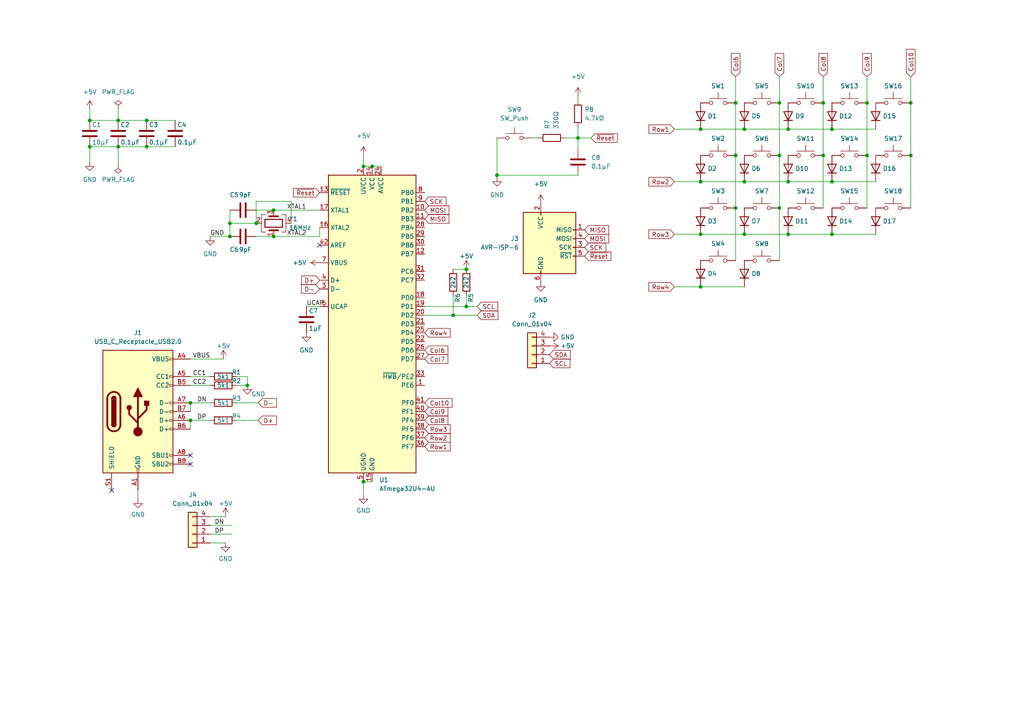
<source format=kicad_sch>
(kicad_sch (version 20211123) (generator eeschema)
  (paper "A4")
  (lib_symbols
    (symbol "Connector:AVR-ISP-6" (pin_names (offset 1.016))
      (property "Reference" "J" (at -6.35 11.43 0))
      (property "Value" "AVR-ISP-6" (at 0 11.43 0))
      (symbol "AVR-ISP-6_0_1"
        (rectangle (start -2.667 -6.858) (end -2.413 -7.62))
        (rectangle (start -2.667 10.16) (end -2.413 9.398))
        (rectangle (start 7.62 -2.413) (end 6.858 -2.667))
        (rectangle (start 7.62 0.127) (end 6.858 -0.127))
        (rectangle (start 7.62 2.667) (end 6.858 2.413))
        (rectangle (start 7.62 5.207) (end 6.858 4.953))
        (rectangle (start 7.62 10.16) (end -7.62 -7.62) (stroke (width 0.254)) (fill (type background)))
      )
      (symbol "AVR-ISP-6_1_1"
        (pin passive line (at 10.16 5.08 180) (length 2.54) (name "MISO") (number "1"))
        (pin passive line (at -2.54 12.7 270) (length 2.54) (name "VCC") (number "2"))
        (pin passive line (at 10.16 0 180) (length 2.54) (name "SCK") (number "3"))
        (pin passive line (at 10.16 2.54 180) (length 2.54) (name "MOSI") (number "4"))
        (pin passive line (at 10.16 -2.54 180) (length 2.54) (name "~{RST}") (number "5"))
        (pin passive line (at -2.54 -10.16 90) (length 2.54) (name "GND") (number "6"))
      )
    )
    (symbol "Connector:USB_C_Receptacle_USB2.0" (pin_names (offset 1.016))
      (property "Reference" "J" (at -10.16 19.05 0))
      (property "Value" "USB_C_Receptacle_USB2.0" (at 19.05 19.05 0))
      (symbol "USB_C_Receptacle_USB2.0_0_0"
        (rectangle (start -0.254 -17.78) (end 0.254 -16.764))
        (rectangle (start 10.16 -14.986) (end 9.144 -15.494))
        (rectangle (start 10.16 -12.446) (end 9.144 -12.954))
        (rectangle (start 10.16 -4.826) (end 9.144 -5.334))
        (rectangle (start 10.16 -2.286) (end 9.144 -2.794))
        (rectangle (start 10.16 0.254) (end 9.144 -0.254))
        (rectangle (start 10.16 2.794) (end 9.144 2.286))
        (rectangle (start 10.16 7.874) (end 9.144 7.366))
        (rectangle (start 10.16 10.414) (end 9.144 9.906))
        (rectangle (start 10.16 15.494) (end 9.144 14.986))
      )
      (symbol "USB_C_Receptacle_USB2.0_0_1"
        (rectangle (start -10.16 17.78) (end 10.16 -17.78) (stroke (width 0.254)) (fill (type background)))
        (arc (start -8.89 -3.81) (mid -6.985 -5.715) (end -5.08 -3.81) (stroke (width 0.508)))
        (arc (start -7.62 -3.81) (mid -6.985 -4.445) (end -6.35 -3.81) (stroke (width 0.254)))
        (arc (start -7.62 -3.81) (mid -6.985 -4.445) (end -6.35 -3.81) (stroke (width 0.254)) (fill (type outline)))
        (rectangle (start -7.62 -3.81) (end -6.35 3.81) (stroke (width 0.254)) (fill (type outline)))
        (arc (start -6.35 3.81) (mid -6.985 4.445) (end -7.62 3.81) (stroke (width 0.254)))
        (arc (start -6.35 3.81) (mid -6.985 4.445) (end -7.62 3.81) (stroke (width 0.254)) (fill (type outline)))
        (arc (start -5.08 3.81) (mid -6.985 5.715) (end -8.89 3.81) (stroke (width 0.508)))
        (circle (center -2.54 1.143) (radius 0.635) (stroke (width 0.254)) (fill (type outline)))
        (circle (center 0 -5.842) (radius 1.27) (fill (type outline)))
        (polyline (pts (xy -8.89 -3.81) (xy -8.89 3.81)) (stroke (width 0.508)))
        (polyline (pts (xy -5.08 3.81) (xy -5.08 -3.81)) (stroke (width 0.508)))
        (polyline (pts (xy 0 -5.842) (xy 0 4.318)) (stroke (width 0.508)))
        (polyline (pts (xy 0 -3.302) (xy -2.54 -0.762) (xy -2.54 0.508)) (stroke (width 0.508)))
        (polyline (pts (xy 0 -2.032) (xy 2.54 0.508) (xy 2.54 1.778)) (stroke (width 0.508)))
        (polyline (pts (xy -1.27 4.318) (xy 0 6.858) (xy 1.27 4.318) (xy -1.27 4.318)) (stroke (width 0.254)) (fill (type outline)))
        (rectangle (start 1.905 1.778) (end 3.175 3.048) (stroke (width 0.254)) (fill (type outline)))
      )
      (symbol "USB_C_Receptacle_USB2.0_1_1"
        (pin passive line (at 0 -22.86 90) (length 5.08) (name "GND") (number "A1"))
        (pin passive line (at 0 -22.86 90) (length 5.08) hide (name "GND") (number "A12"))
        (pin passive line (at 15.24 15.24 180) (length 5.08) (name "VBUS") (number "A4"))
        (pin bidirectional line (at 15.24 10.16 180) (length 5.08) (name "CC1") (number "A5"))
        (pin bidirectional line (at 15.24 -2.54 180) (length 5.08) (name "D+") (number "A6"))
        (pin bidirectional line (at 15.24 2.54 180) (length 5.08) (name "D-") (number "A7"))
        (pin bidirectional line (at 15.24 -12.7 180) (length 5.08) (name "SBU1") (number "A8"))
        (pin passive line (at 15.24 15.24 180) (length 5.08) hide (name "VBUS") (number "A9"))
        (pin passive line (at 0 -22.86 90) (length 5.08) hide (name "GND") (number "B1"))
        (pin passive line (at 0 -22.86 90) (length 5.08) hide (name "GND") (number "B12"))
        (pin passive line (at 15.24 15.24 180) (length 5.08) hide (name "VBUS") (number "B4"))
        (pin bidirectional line (at 15.24 7.62 180) (length 5.08) (name "CC2") (number "B5"))
        (pin bidirectional line (at 15.24 -5.08 180) (length 5.08) (name "D+") (number "B6"))
        (pin bidirectional line (at 15.24 0 180) (length 5.08) (name "D-") (number "B7"))
        (pin bidirectional line (at 15.24 -15.24 180) (length 5.08) (name "SBU2") (number "B8"))
        (pin passive line (at 15.24 15.24 180) (length 5.08) hide (name "VBUS") (number "B9"))
        (pin passive line (at -7.62 -22.86 90) (length 5.08) (name "SHIELD") (number "S1"))
      )
    )
    (symbol "Connector_Generic:Conn_01x04" (pin_names (offset 1.016) hide)
      (property "Reference" "J" (at 0 5.08 0))
      (property "Value" "Conn_01x04" (at 0 -7.62 0))
      (symbol "Conn_01x04_1_1"
        (rectangle (start -1.27 -4.953) (end 0 -5.207) (stroke (width 0.1524)))
        (rectangle (start -1.27 -2.413) (end 0 -2.667) (stroke (width 0.1524)))
        (rectangle (start -1.27 0.127) (end 0 -0.127) (stroke (width 0.1524)))
        (rectangle (start -1.27 2.667) (end 0 2.413) (stroke (width 0.1524)))
        (rectangle (start -1.27 3.81) (end 1.27 -6.35) (stroke (width 0.254)) (fill (type background)))
        (pin passive line (at -5.08 2.54 0) (length 3.81) (name "Pin_1") (number "1"))
        (pin passive line (at -5.08 0 0) (length 3.81) (name "Pin_2") (number "2"))
        (pin passive line (at -5.08 -2.54 0) (length 3.81) (name "Pin_3") (number "3"))
        (pin passive line (at -5.08 -5.08 0) (length 3.81) (name "Pin_4") (number "4"))
      )
    )
    (symbol "Device:C" (pin_numbers hide) (pin_names (offset 0.254))
      (property "Reference" "C" (at 0.635 2.54 0))
      (property "Value" "C" (at 0.635 -2.54 0))
      (symbol "C_0_1"
        (polyline (pts (xy -2.032 -0.762) (xy 2.032 -0.762)) (stroke (width 0.508)))
        (polyline (pts (xy -2.032 0.762) (xy 2.032 0.762)) (stroke (width 0.508)))
      )
      (symbol "C_1_1"
        (pin passive line (at 0 3.81 270) (length 2.794) (name "~") (number "1"))
        (pin passive line (at 0 -3.81 90) (length 2.794) (name "~") (number "2"))
      )
    )
    (symbol "Device:Crystal_GND24" (pin_names (offset 1.016) hide)
      (property "Reference" "Y" (at 3.175 5.08 0))
      (property "Value" "Crystal_GND24" (at 3.175 3.175 0))
      (symbol "Crystal_GND24_0_1"
        (rectangle (start -1.143 2.54) (end 1.143 -2.54) (stroke (width 0.3048)))
        (polyline (pts (xy -2.54 0) (xy -2.032 0)))
        (polyline (pts (xy -2.032 -1.27) (xy -2.032 1.27)) (stroke (width 0.508)))
        (polyline (pts (xy 0 -3.81) (xy 0 -3.556)))
        (polyline (pts (xy 0 3.556) (xy 0 3.81)))
        (polyline (pts (xy 2.032 -1.27) (xy 2.032 1.27)) (stroke (width 0.508)))
        (polyline (pts (xy 2.032 0) (xy 2.54 0)))
        (polyline (pts (xy -2.54 -2.286) (xy -2.54 -3.556) (xy 2.54 -3.556) (xy 2.54 -2.286)))
        (polyline (pts (xy -2.54 2.286) (xy -2.54 3.556) (xy 2.54 3.556) (xy 2.54 2.286)))
      )
      (symbol "Crystal_GND24_1_1"
        (pin passive line (at -3.81 0 0) (length 1.27) (name "1") (number "1"))
        (pin passive line (at 0 5.08 270) (length 1.27) (name "2") (number "2"))
        (pin passive line (at 3.81 0 180) (length 1.27) (name "3") (number "3"))
        (pin passive line (at 0 -5.08 90) (length 1.27) (name "4") (number "4"))
      )
    )
    (symbol "Device:D" (pin_numbers hide) (pin_names (offset 1.016) hide)
      (property "Reference" "D" (at 0 2.54 0))
      (property "Value" "D" (at 0 -2.54 0))
      (symbol "D_0_1"
        (polyline (pts (xy -1.27 1.27) (xy -1.27 -1.27)) (stroke (width 0.254)))
        (polyline (pts (xy 1.27 0) (xy -1.27 0)))
        (polyline (pts (xy 1.27 1.27) (xy 1.27 -1.27) (xy -1.27 0) (xy 1.27 1.27)) (stroke (width 0.254)))
      )
      (symbol "D_1_1"
        (pin passive line (at -3.81 0 0) (length 2.54) (name "K") (number "1"))
        (pin passive line (at 3.81 0 180) (length 2.54) (name "A") (number "2"))
      )
    )
    (symbol "Device:R" (pin_numbers hide) (pin_names (offset 0))
      (property "Reference" "R" (at 2.032 0 90))
      (property "Value" "R" (at 0 0 90))
      (symbol "R_0_1"
        (rectangle (start -1.016 -2.54) (end 1.016 2.54) (stroke (width 0.254)))
      )
      (symbol "R_1_1"
        (pin passive line (at 0 3.81 270) (length 1.27) (name "~") (number "1"))
        (pin passive line (at 0 -3.81 90) (length 1.27) (name "~") (number "2"))
      )
    )
    (symbol "MCU_Microchip_ATmega:ATmega32U4-A"
      (property "Reference" "U" (at -12.7 44.45 0))
      (property "Value" "ATmega32U4-A" (at 2.54 -44.45 0))
      (symbol "ATmega32U4-A_0_1"
        (rectangle (start -12.7 -43.18) (end 12.7 43.18) (stroke (width 0.254)) (fill (type background)))
      )
      (symbol "ATmega32U4-A_1_1"
        (pin bidirectional line (at 15.24 -17.78 180) (length 2.54) (name "PE6") (number "1"))
        (pin bidirectional line (at 15.24 33.02 180) (length 2.54) (name "PB2") (number "10"))
        (pin bidirectional line (at 15.24 30.48 180) (length 2.54) (name "PB3") (number "11"))
        (pin bidirectional line (at 15.24 20.32 180) (length 2.54) (name "PB7") (number "12"))
        (pin input line (at -15.24 38.1 0) (length 2.54) (name "~{RESET}") (number "13"))
        (pin power_in line (at 0 45.72 270) (length 2.54) (name "VCC") (number "14"))
        (pin power_in line (at 0 -45.72 90) (length 2.54) (name "GND") (number "15"))
        (pin output line (at -15.24 27.94 0) (length 2.54) (name "XTAL2") (number "16"))
        (pin input line (at -15.24 33.02 0) (length 2.54) (name "XTAL1") (number "17"))
        (pin bidirectional line (at 15.24 7.62 180) (length 2.54) (name "PD0") (number "18"))
        (pin bidirectional line (at 15.24 5.08 180) (length 2.54) (name "PD1") (number "19"))
        (pin power_in line (at -2.54 45.72 270) (length 2.54) (name "UVCC") (number "2"))
        (pin bidirectional line (at 15.24 2.54 180) (length 2.54) (name "PD2") (number "20"))
        (pin bidirectional line (at 15.24 0 180) (length 2.54) (name "PD3") (number "21"))
        (pin bidirectional line (at 15.24 -5.08 180) (length 2.54) (name "PD5") (number "22"))
        (pin passive line (at 0 -45.72 90) (length 2.54) hide (name "GND") (number "23"))
        (pin power_in line (at 2.54 45.72 270) (length 2.54) (name "AVCC") (number "24"))
        (pin bidirectional line (at 15.24 -2.54 180) (length 2.54) (name "PD4") (number "25"))
        (pin bidirectional line (at 15.24 -7.62 180) (length 2.54) (name "PD6") (number "26"))
        (pin bidirectional line (at 15.24 -10.16 180) (length 2.54) (name "PD7") (number "27"))
        (pin bidirectional line (at 15.24 27.94 180) (length 2.54) (name "PB4") (number "28"))
        (pin bidirectional line (at 15.24 25.4 180) (length 2.54) (name "PB5") (number "29"))
        (pin bidirectional line (at -15.24 10.16 0) (length 2.54) (name "D-") (number "3"))
        (pin bidirectional line (at 15.24 22.86 180) (length 2.54) (name "PB6") (number "30"))
        (pin bidirectional line (at 15.24 15.24 180) (length 2.54) (name "PC6") (number "31"))
        (pin bidirectional line (at 15.24 12.7 180) (length 2.54) (name "PC7") (number "32"))
        (pin bidirectional line (at 15.24 -15.24 180) (length 2.54) (name "~{HWB}/PE2") (number "33"))
        (pin passive line (at 0 45.72 270) (length 2.54) hide (name "VCC") (number "34"))
        (pin passive line (at 0 -45.72 90) (length 2.54) hide (name "GND") (number "35"))
        (pin bidirectional line (at 15.24 -35.56 180) (length 2.54) (name "PF7") (number "36"))
        (pin bidirectional line (at 15.24 -33.02 180) (length 2.54) (name "PF6") (number "37"))
        (pin bidirectional line (at 15.24 -30.48 180) (length 2.54) (name "PF5") (number "38"))
        (pin bidirectional line (at 15.24 -27.94 180) (length 2.54) (name "PF4") (number "39"))
        (pin bidirectional line (at -15.24 12.7 0) (length 2.54) (name "D+") (number "4"))
        (pin bidirectional line (at 15.24 -25.4 180) (length 2.54) (name "PF1") (number "40"))
        (pin bidirectional line (at 15.24 -22.86 180) (length 2.54) (name "PF0") (number "41"))
        (pin passive line (at -15.24 22.86 0) (length 2.54) (name "AREF") (number "42"))
        (pin passive line (at 0 -45.72 90) (length 2.54) hide (name "GND") (number "43"))
        (pin passive line (at 2.54 45.72 270) (length 2.54) hide (name "AVCC") (number "44"))
        (pin passive line (at -2.54 -45.72 90) (length 2.54) (name "UGND") (number "5"))
        (pin passive line (at -15.24 5.08 0) (length 2.54) (name "UCAP") (number "6"))
        (pin input line (at -15.24 17.78 0) (length 2.54) (name "VBUS") (number "7"))
        (pin bidirectional line (at 15.24 38.1 180) (length 2.54) (name "PB0") (number "8"))
        (pin bidirectional line (at 15.24 35.56 180) (length 2.54) (name "PB1") (number "9"))
      )
    )
    (symbol "Switch:SW_Push" (pin_numbers hide) (pin_names (offset 1.016) hide)
      (property "Reference" "SW" (at 1.27 2.54 0))
      (property "Value" "SW_Push" (at 0 -1.524 0))
      (symbol "SW_Push_0_1"
        (circle (center -2.032 0) (radius 0.508))
        (polyline (pts (xy 0 1.27) (xy 0 3.048)))
        (polyline (pts (xy 2.54 1.27) (xy -2.54 1.27)))
        (circle (center 2.032 0) (radius 0.508))
        (pin passive line (at -5.08 0 0) (length 2.54) (name "1") (number "1"))
        (pin passive line (at 5.08 0 180) (length 2.54) (name "2") (number "2"))
      )
    )
    (symbol "power:+5V" (power) (pin_names (offset 0))
      (property "Value" "+5V" (at 0 3.556 0))
      (symbol "+5V_0_1"
        (polyline (pts (xy -0.762 1.27) (xy 0 2.54)))
        (polyline (pts (xy 0 0) (xy 0 2.54)))
        (polyline (pts (xy 0 2.54) (xy 0.762 1.27)))
      )
      (symbol "+5V_1_1"
        (pin power_in line (at 0 0 90) (length 0) hide (name "+5V") (number "1"))
      )
    )
    (symbol "power:GND" (power) (pin_names (offset 0))
      (property "Value" "GND" (at 0 -3.81 0))
      (symbol "GND_0_1"
        (polyline (pts (xy 0 0) (xy 0 -1.27) (xy 1.27 -1.27) (xy 0 -2.54) (xy -1.27 -1.27) (xy 0 -1.27)))
      )
      (symbol "GND_1_1"
        (pin power_in line (at 0 0 270) (length 0) hide (name "GND") (number "1"))
      )
    )
    (symbol "power:PWR_FLAG" (power) (pin_numbers hide) (pin_names (offset 0) hide)
      (property "Value" "PWR_FLAG" (at 0 3.81 0))
      (symbol "PWR_FLAG_0_0"
        (pin power_out line (at 0 0 90) (length 0) (name "pwr") (number "1"))
      )
      (symbol "PWR_FLAG_0_1"
        (polyline (pts (xy 0 0) (xy 0 1.27) (xy -1.016 1.905) (xy 0 2.54) (xy 1.016 1.905) (xy 0 1.27)))
      )
    )
  )
  (junction (at 228.6 37.465))
  (junction (at 144.145 50.8))
  (junction (at 71.755 111.76))
  (junction (at 135.255 78.105))
  (junction (at 66.675 68.58))
  (junction (at 34.29 34.925))
  (junction (at 105.41 48.26))
  (junction (at 264.16 45.085))
  (junction (at 79.375 60.96))
  (junction (at 42.545 42.545))
  (junction (at 203.2 83.185))
  (junction (at 105.41 139.7))
  (junction (at 74.295 64.77))
  (junction (at 226.06 45.085))
  (junction (at 241.3 37.465))
  (junction (at 107.95 48.26))
  (junction (at 42.545 34.925))
  (junction (at 241.3 67.945))
  (junction (at 203.2 37.465))
  (junction (at 228.6 67.945))
  (junction (at 213.36 29.845))
  (junction (at 251.46 29.845))
  (junction (at 79.375 68.58))
  (junction (at 26.035 34.925))
  (junction (at 226.06 29.845))
  (junction (at 238.76 29.845))
  (junction (at 135.255 88.9))
  (junction (at 203.2 67.945))
  (junction (at 215.9 37.465))
  (junction (at 264.16 29.845))
  (junction (at 55.245 116.84))
  (junction (at 215.9 67.945))
  (junction (at 55.245 121.92))
  (junction (at 251.46 45.085))
  (junction (at 215.9 52.705))
  (junction (at 226.06 60.325))
  (junction (at 228.6 52.705))
  (junction (at 213.36 60.325))
  (junction (at 26.035 42.545))
  (junction (at 66.675 64.77))
  (junction (at 203.2 52.705))
  (junction (at 34.29 42.545))
  (junction (at 213.36 45.085))
  (junction (at 238.76 45.085))
  (junction (at 131.445 91.44))
  (junction (at 241.3 52.705))
  (junction (at 167.64 40.005))
  (no_connect (at 32.385 142.24))
  (no_connect (at 55.245 132.08))
  (no_connect (at 55.245 134.62))
  (no_connect (at 92.71 71.12))
  (wire (pts (xy 34.29 34.925) (xy 42.545 34.925)))
  (wire (pts (xy 131.445 78.105) (xy 135.255 78.105)))
  (wire (pts (xy 34.29 31.75) (xy 34.29 34.925)))
  (wire (pts (xy 107.95 48.26) (xy 110.49 48.26)))
  (wire (pts (xy 195.58 67.945) (xy 203.2 67.945)))
  (wire (pts (xy 251.46 22.225) (xy 251.46 29.845)))
  (wire (pts (xy 226.06 29.845) (xy 226.06 45.085)))
  (wire (pts (xy 228.6 67.945) (xy 241.3 67.945)))
  (wire (pts (xy 167.64 27.94) (xy 167.64 29.21)))
  (wire (pts (xy 154.305 40.005) (xy 156.21 40.005)))
  (wire (pts (xy 213.36 22.225) (xy 213.36 29.845)))
  (wire (pts (xy 135.255 85.725) (xy 135.255 88.9)))
  (wire (pts (xy 60.96 149.86) (xy 65.405 149.86)))
  (wire (pts (xy 251.46 29.845) (xy 251.46 45.085)))
  (wire (pts (xy 42.545 34.925) (xy 50.8 34.925)))
  (wire (pts (xy 131.445 85.725) (xy 131.445 91.44)))
  (wire (pts (xy 84.455 58.42) (xy 84.455 64.77)))
  (wire (pts (xy 213.36 45.085) (xy 213.36 60.325)))
  (wire (pts (xy 66.675 64.77) (xy 66.675 68.58)))
  (wire (pts (xy 228.6 37.465) (xy 241.3 37.465)))
  (wire (pts (xy 213.36 29.845) (xy 213.36 45.085)))
  (wire (pts (xy 264.16 45.085) (xy 264.16 60.325)))
  (wire (pts (xy 251.46 45.085) (xy 251.46 60.325)))
  (wire (pts (xy 144.145 50.8) (xy 144.145 40.005)))
  (wire (pts (xy 226.06 22.225) (xy 226.06 29.845)))
  (wire (pts (xy 74.295 60.96) (xy 79.375 60.96)))
  (wire (pts (xy 264.16 29.845) (xy 264.16 45.085)))
  (wire (pts (xy 195.58 37.465) (xy 203.2 37.465)))
  (wire (pts (xy 42.545 42.545) (xy 50.8 42.545)))
  (wire (pts (xy 66.675 64.77) (xy 74.295 64.77)))
  (wire (pts (xy 26.035 46.99) (xy 26.035 42.545)))
  (wire (pts (xy 238.76 29.845) (xy 238.76 45.085)))
  (wire (pts (xy 135.255 88.9) (xy 138.43 88.9)))
  (wire (pts (xy 55.245 116.84) (xy 60.96 116.84)))
  (wire (pts (xy 215.9 37.465) (xy 228.6 37.465)))
  (wire (pts (xy 131.445 91.44) (xy 138.43 91.44)))
  (wire (pts (xy 88.9 88.9) (xy 92.71 88.9)))
  (wire (pts (xy 195.58 83.185) (xy 203.2 83.185)))
  (wire (pts (xy 203.2 37.465) (xy 215.9 37.465)))
  (wire (pts (xy 55.245 109.22) (xy 60.96 109.22)))
  (wire (pts (xy 74.295 58.42) (xy 84.455 58.42)))
  (wire (pts (xy 60.96 111.76) (xy 55.245 111.76)))
  (wire (pts (xy 215.9 67.945) (xy 228.6 67.945)))
  (wire (pts (xy 79.375 68.58) (xy 92.71 68.58)))
  (wire (pts (xy 68.58 109.22) (xy 71.755 109.22)))
  (wire (pts (xy 264.16 22.225) (xy 264.16 29.845)))
  (wire (pts (xy 74.295 68.58) (xy 79.375 68.58)))
  (wire (pts (xy 241.3 37.465) (xy 254 37.465)))
  (wire (pts (xy 203.2 83.185) (xy 215.9 83.185)))
  (wire (pts (xy 40.005 144.78) (xy 40.005 142.24)))
  (wire (pts (xy 213.36 60.325) (xy 213.36 75.565)))
  (wire (pts (xy 105.41 139.7) (xy 107.95 139.7)))
  (wire (pts (xy 92.71 68.58) (xy 92.71 66.04)))
  (wire (pts (xy 68.58 111.76) (xy 71.755 111.76)))
  (wire (pts (xy 26.035 42.545) (xy 34.29 42.545)))
  (wire (pts (xy 105.41 45.085) (xy 105.41 48.26)))
  (wire (pts (xy 203.2 52.705) (xy 215.9 52.705)))
  (wire (pts (xy 79.375 60.96) (xy 92.71 60.96)))
  (wire (pts (xy 55.245 121.92) (xy 55.245 124.46)))
  (wire (pts (xy 226.06 60.325) (xy 226.06 75.565)))
  (wire (pts (xy 241.3 67.945) (xy 254 67.945)))
  (wire (pts (xy 66.675 60.96) (xy 66.675 64.77)))
  (wire (pts (xy 163.83 40.005) (xy 167.64 40.005)))
  (wire (pts (xy 167.64 40.005) (xy 167.64 43.18)))
  (wire (pts (xy 60.96 152.4) (xy 67.31 152.4)))
  (wire (pts (xy 144.145 51.435) (xy 144.145 50.8)))
  (wire (pts (xy 123.19 91.44) (xy 131.445 91.44)))
  (wire (pts (xy 105.41 48.26) (xy 107.95 48.26)))
  (wire (pts (xy 60.96 157.48) (xy 65.405 157.48)))
  (wire (pts (xy 74.93 121.92) (xy 68.58 121.92)))
  (wire (pts (xy 203.2 67.945) (xy 215.9 67.945)))
  (wire (pts (xy 123.19 88.9) (xy 135.255 88.9)))
  (wire (pts (xy 195.58 52.705) (xy 203.2 52.705)))
  (wire (pts (xy 26.035 31.75) (xy 26.035 34.925)))
  (wire (pts (xy 55.245 121.92) (xy 60.96 121.92)))
  (wire (pts (xy 64.77 104.14) (xy 55.245 104.14)))
  (wire (pts (xy 105.41 139.7) (xy 105.41 143.51)))
  (wire (pts (xy 55.245 116.84) (xy 55.245 119.38)))
  (wire (pts (xy 60.96 68.58) (xy 66.675 68.58)))
  (wire (pts (xy 34.29 42.545) (xy 42.545 42.545)))
  (wire (pts (xy 74.93 116.84) (xy 68.58 116.84)))
  (wire (pts (xy 226.06 45.085) (xy 226.06 60.325)))
  (wire (pts (xy 144.145 50.8) (xy 167.64 50.8)))
  (wire (pts (xy 60.96 154.94) (xy 67.31 154.94)))
  (wire (pts (xy 238.76 22.225) (xy 238.76 29.845)))
  (wire (pts (xy 238.76 45.085) (xy 238.76 60.325)))
  (wire (pts (xy 167.64 36.83) (xy 167.64 40.005)))
  (wire (pts (xy 167.64 40.005) (xy 171.45 40.005)))
  (wire (pts (xy 26.035 34.925) (xy 34.29 34.925)))
  (wire (pts (xy 34.29 42.545) (xy 34.29 47.625)))
  (wire (pts (xy 228.6 52.705) (xy 241.3 52.705)))
  (wire (pts (xy 215.9 52.705) (xy 228.6 52.705)))
  (wire (pts (xy 74.295 58.42) (xy 74.295 64.77)))
  (wire (pts (xy 241.3 52.705) (xy 254 52.705)))
  (wire (pts (xy 71.755 109.22) (xy 71.755 111.76)))
  (label "UCAP" (at 88.9 88.9 0))
  (label "DP" (at 62.23 154.94 0))
  (label "DN" (at 57.15 116.84 0))
  (label "XTAL1" (at 83.185 60.96 0))
  (label "CC1" (at 55.88 109.22 0))
  (label "DN" (at 62.23 152.4 0))
  (label "VBUS" (at 55.88 104.14 0))
  (label "CC2" (at 55.88 111.76 0))
  (label "DP" (at 57.15 121.92 0))
  (label "XTAL2" (at 83.185 68.58 0))
  (label "GND" (at 60.96 68.58 0))
  (global_label "Col9" (shape input) (at 251.46 22.225 90) (property "Intersheet References" "${INTERSHEET_REFS}" (effects hide)))
  (global_label "D+" (shape input) (at 92.71 81.28 180) (property "Intersheet References" "${INTERSHEET_REFS}" (effects hide)))
  (global_label "MISO" (shape input) (at 123.19 63.5 0) (property "Intersheet References" "${INTERSHEET_REFS}" (effects hide)))
  (global_label "Col9" (shape input) (at 123.19 119.38 0) (property "Intersheet References" "${INTERSHEET_REFS}" (effects hide)))
  (global_label "~{Reset}" (shape input) (at 92.71 55.88 180) (property "Intersheet References" "${INTERSHEET_REFS}" (effects hide)))
  (global_label "~{Reset}" (shape input) (at 169.545 74.295 0) (property "Intersheet References" "${INTERSHEET_REFS}" (effects hide)))
  (global_label "SCK" (shape input) (at 123.19 58.42 0) (property "Intersheet References" "${INTERSHEET_REFS}" (effects hide)))
  (global_label "SCL" (shape input) (at 138.43 88.9 0) (property "Intersheet References" "${INTERSHEET_REFS}" (effects hide)))
  (global_label "SCK" (shape input) (at 169.545 71.755 0) (property "Intersheet References" "${INTERSHEET_REFS}" (effects hide)))
  (global_label "Row3" (shape input) (at 123.19 124.46 0) (property "Intersheet References" "${INTERSHEET_REFS}" (effects hide)))
  (global_label "Row1" (shape input) (at 195.58 37.465 180) (property "Intersheet References" "${INTERSHEET_REFS}" (effects hide)))
  (global_label "SDA" (shape input) (at 138.43 91.44 0) (property "Intersheet References" "${INTERSHEET_REFS}" (effects hide)))
  (global_label "Col10" (shape input) (at 264.16 22.225 90) (property "Intersheet References" "${INTERSHEET_REFS}" (effects hide)))
  (global_label "MISO" (shape input) (at 169.545 66.675 0) (property "Intersheet References" "${INTERSHEET_REFS}" (effects hide)))
  (global_label "Row1" (shape input) (at 123.19 129.54 0) (property "Intersheet References" "${INTERSHEET_REFS}" (effects hide)))
  (global_label "Col7" (shape input) (at 123.19 104.14 0) (property "Intersheet References" "${INTERSHEET_REFS}" (effects hide)))
  (global_label "D-" (shape input) (at 74.93 116.84 0) (property "Intersheet References" "${INTERSHEET_REFS}" (effects hide)))
  (global_label "Row2" (shape input) (at 123.19 127 0) (property "Intersheet References" "${INTERSHEET_REFS}" (effects hide)))
  (global_label "Row4" (shape input) (at 195.58 83.185 180) (property "Intersheet References" "${INTERSHEET_REFS}" (effects hide)))
  (global_label "~{Reset}" (shape input) (at 171.45 40.005 0) (property "Intersheet References" "${INTERSHEET_REFS}" (effects hide)))
  (global_label "MOSI" (shape input) (at 123.19 60.96 0) (property "Intersheet References" "${INTERSHEET_REFS}" (effects hide)))
  (global_label "D-" (shape input) (at 92.71 83.82 180) (property "Intersheet References" "${INTERSHEET_REFS}" (effects hide)))
  (global_label "Row3" (shape input) (at 195.58 67.945 180) (property "Intersheet References" "${INTERSHEET_REFS}" (effects hide)))
  (global_label "Col8" (shape input) (at 123.19 121.92 0) (property "Intersheet References" "${INTERSHEET_REFS}" (effects hide)))
  (global_label "Col6" (shape input) (at 123.19 101.6 0) (property "Intersheet References" "${INTERSHEET_REFS}" (effects hide)))
  (global_label "Row4" (shape input) (at 123.19 96.52 0) (property "Intersheet References" "${INTERSHEET_REFS}" (effects hide)))
  (global_label "Col8" (shape input) (at 238.76 22.225 90) (property "Intersheet References" "${INTERSHEET_REFS}" (effects hide)))
  (global_label "Col6" (shape input) (at 213.36 22.225 90) (property "Intersheet References" "${INTERSHEET_REFS}" (effects hide)))
  (global_label "D+" (shape input) (at 74.93 121.92 0) (property "Intersheet References" "${INTERSHEET_REFS}" (effects hide)))
  (global_label "Col7" (shape input) (at 226.06 22.225 90) (property "Intersheet References" "${INTERSHEET_REFS}" (effects hide)))
  (global_label "Col10" (shape input) (at 123.19 116.84 0) (property "Intersheet References" "${INTERSHEET_REFS}" (effects hide)))
  (global_label "Row2" (shape input) (at 195.58 52.705 180) (property "Intersheet References" "${INTERSHEET_REFS}" (effects hide)))
  (global_label "SCL" (shape input) (at 159.385 105.41 0) (property "Intersheet References" "${INTERSHEET_REFS}" (effects hide)))
  (global_label "MOSI" (shape input) (at 169.545 69.215 0) (property "Intersheet References" "${INTERSHEET_REFS}" (effects hide)))
  (global_label "SDA" (shape input) (at 159.385 102.87 0) (property "Intersheet References" "${INTERSHEET_REFS}" (effects hide)))
  (symbol (lib_id "Device:D") (at 215.9 64.135 90) (unit 1)
    (property "Reference" "D7" (at 217.932 64.135 90) (effects (justify right)))
    (property "Value" "1N4148" (effects hide))
    (property "Footprint" "Keyboard_Foostan:D3_SMD_v2" (effects hide))
    (property "LCSC" "C81598" (effects hide))
  )
  (symbol (lib_id "power:GND") (at 26.035 46.99 0) (unit 1)
    (property "Reference" "#PWR02" (effects hide))
    (property "Value" "GND" (at 26.035 52.07 0))
  )
  (symbol (lib_id "Device:R") (at 135.255 81.915 180) (unit 1)
    (property "Reference" "R6" (at 132.715 86.36 90))
    (property "Value" "2k2" (at 135.255 81.915 90))
    (property "Footprint" "Resistor_SMD:R_0402_1005Metric_Pad0.72x0.64mm_HandSolder" (effects hide))
  )
  (symbol (lib_id "power:+5V") (at 92.71 76.2 90) (unit 1)
    (property "Reference" "#PWR08" (effects hide))
    (property "Value" "+5V" (at 88.9 76.1999 90) (effects (justify left)))
  )
  (symbol (lib_id "Device:R") (at 64.77 121.92 90) (unit 1)
    (property "Reference" "R4" (at 68.58 120.65 90))
    (property "Value" "5k1" (at 64.77 121.92 90))
    (property "Footprint" "Resistor_SMD:R_0402_1005Metric_Pad0.72x0.64mm_HandSolder" (effects hide))
  )
  (symbol (lib_id "Switch:SW_Push") (at 208.28 60.325 0) (unit 1)
    (property "Reference" "SW3" (at 208.28 55.4228 0))
    (property "Value" "SW_Push" (effects hide))
    (property "Footprint" "Keyboard_JSA:MX_Hotswap_Choc_Solder" (effects hide))
  )
  (symbol (lib_id "Switch:SW_Push") (at 246.38 29.845 0) (unit 1)
    (property "Reference" "SW13" (at 246.38 24.9428 0))
    (property "Value" "SW_Push" (effects hide))
    (property "Footprint" "Keyboard_JSA:MX_Hotswap_Choc_Solder" (effects hide))
  )
  (symbol (lib_id "Switch:SW_Push") (at 233.68 45.085 0) (unit 1)
    (property "Reference" "SW11" (at 233.68 40.1828 0))
    (property "Value" "SW_Push" (effects hide))
    (property "Footprint" "Keyboard_JSA:MX_Hotswap_Choc_Solder" (effects hide))
  )
  (symbol (lib_id "power:GND") (at 71.755 111.76 0) (unit 1)
    (property "Reference" "#PWR06" (effects hide))
    (property "Value" "GND" (at 74.93 114.3 0))
  )
  (symbol (lib_id "Connector_Generic:Conn_01x04") (at 154.305 102.87 180) (unit 1)
    (property "Reference" "J2" (at 154.305 91.44 0))
    (property "Value" "Conn_01x04" (at 154.305 93.98 0))
    (property "Footprint" "Connector_JST:JST_PH_S4B-PH-K_1x04_P2.00mm_Horizontal" (effects hide))
    (property "Datasheet" "https://datasheet.lcsc.com/lcsc/1810261108_JST-Sales-America-S4B-PH-K-LF-SN_C265452.pdf" (effects hide))
    (property "LCSC" "C265452" (effects hide))
  )
  (symbol (lib_id "Device:D") (at 241.3 48.895 90) (unit 1)
    (property "Reference" "D13" (at 243.332 48.895 90) (effects (justify right)))
    (property "Value" "1N4148" (effects hide))
    (property "Footprint" "Keyboard_Foostan:D3_SMD_v2" (effects hide))
    (property "LCSC" "C81598" (effects hide))
  )
  (symbol (lib_id "Connector_Generic:Conn_01x04") (at 55.88 154.94 180) (unit 1)
    (property "Reference" "J4" (at 55.88 143.51 0))
    (property "Value" "Conn_01x04" (at 55.88 146.05 0))
    (property "Footprint" "Keyboard_JSA:USB wire pad" (effects hide))
  )
  (symbol (lib_id "Device:D") (at 203.2 33.655 90) (unit 1)
    (property "Reference" "D1" (at 205.232 33.655 90) (effects (justify right)))
    (property "Value" "1N4148" (effects hide))
    (property "Footprint" "Keyboard_Foostan:D3_SMD_v2" (effects hide))
    (property "Datasheet" "https://datasheet.lcsc.com/lcsc/1811061725_ST-Semtech-1N4148W_C81598.pdf" (effects hide))
    (property "LCSC" "C81598" (effects hide))
  )
  (symbol (lib_id "Device:C") (at 34.29 38.735 0) (unit 1)
    (property "Reference" "C2" (at 34.925 36.195 0) (effects (justify left)))
    (property "Value" "0.1µF" (at 34.925 41.275 0) (effects (justify left)))
    (property "Footprint" "Capacitor_SMD:C_0402_1005Metric_Pad0.74x0.62mm_HandSolder" (effects hide))
  )
  (symbol (lib_id "Device:D") (at 203.2 48.895 90) (unit 1)
    (property "Reference" "D2" (at 205.232 48.895 90) (effects (justify right)))
    (property "Value" "1N4148" (effects hide))
    (property "Footprint" "Keyboard_Foostan:D3_SMD_v2" (effects hide))
    (property "LCSC" "C81598" (effects hide))
  )
  (symbol (lib_id "Switch:SW_Push") (at 259.08 45.085 0) (unit 1)
    (property "Reference" "SW17" (at 259.08 40.1828 0))
    (property "Value" "SW_Push" (effects hide))
    (property "Footprint" "Keyboard_JSA:MX_Hotswap_Choc_Solder" (effects hide))
  )
  (symbol (lib_id "power:+5V") (at 64.77 104.14 0) (unit 1)
    (property "Reference" "#PWR05" (effects hide))
    (property "Value" "+5V" (at 64.77 100.33 0))
  )
  (symbol (lib_id "power:+5V") (at 26.035 31.75 0) (unit 1)
    (property "Reference" "#PWR01" (effects hide))
    (property "Value" "+5V" (at 26.035 26.67 0))
  )
  (symbol (lib_id "Switch:SW_Push") (at 246.38 60.325 0) (unit 1)
    (property "Reference" "SW15" (at 246.38 55.4228 0))
    (property "Value" "SW_Push" (effects hide))
    (property "Footprint" "Keyboard_JSA:MX_Hotswap_Choc_Solder" (effects hide))
  )
  (symbol (lib_id "Device:R") (at 64.77 109.22 90) (unit 1)
    (property "Reference" "R1" (at 68.58 107.95 90))
    (property "Value" "5k1" (at 64.77 109.22 90))
    (property "Footprint" "Resistor_SMD:R_0402_1005Metric_Pad0.72x0.64mm_HandSolder" (effects hide))
  )
  (symbol (lib_id "Connector:USB_C_Receptacle_USB2.0") (at 40.005 119.38 0) (unit 1)
    (property "Reference" "J1" (at 40.005 96.52 0))
    (property "Value" "USB_C_Receptacle_USB2.0" (at 40.005 99.06 0))
    (property "Footprint" "Connector_USB:USB_C_Receptacle_HRO_TYPE-C-31-M-12" (effects hide))
    (property "Datasheet" "https://www.usb.org/sites/default/files/documents/usb_type-c.zip" (effects hide))
    (property "LCSC" "C165948" (effects hide))
  )
  (symbol (lib_id "power:PWR_FLAG") (at 34.29 47.625 180) (unit 1)
    (property "Reference" "#FLG02" (effects hide))
    (property "Value" "PWR_FLAG" (at 34.29 52.07 0))
  )
  (symbol (lib_id "Switch:SW_Push") (at 220.98 29.845 0) (unit 1)
    (property "Reference" "SW5" (at 220.98 24.9428 0))
    (property "Value" "SW_Push" (effects hide))
    (property "Footprint" "Keyboard_JSA:MX_Hotswap_Choc_Solder" (effects hide))
  )
  (symbol (lib_id "Switch:SW_Push") (at 246.38 45.085 0) (unit 1)
    (property "Reference" "SW14" (at 246.38 40.1828 0))
    (property "Value" "SW_Push" (effects hide))
    (property "Footprint" "Keyboard_JSA:MX_Hotswap_Choc_Solder" (effects hide))
  )
  (symbol (lib_id "Switch:SW_Push") (at 149.225 40.005 0) (unit 1)
    (property "Reference" "SW9" (at 149.225 31.75 0))
    (property "Value" "SW_Push" (at 149.225 34.29 0))
    (property "Footprint" "Button_Switch_SMD:SW_SPST_SKQG_WithStem" (effects hide))
  )
  (symbol (lib_id "power:GND") (at 159.385 97.79 90) (unit 1)
    (property "Reference" "#PWR015" (effects hide))
    (property "Value" "GND" (at 162.56 97.7899 90) (effects (justify right)))
  )
  (symbol (lib_id "Device:D") (at 215.9 48.895 90) (unit 1)
    (property "Reference" "D6" (at 217.932 48.895 90) (effects (justify right)))
    (property "Value" "1N4148" (effects hide))
    (property "Footprint" "Keyboard_Foostan:D3_SMD_v2" (effects hide))
    (property "LCSC" "C81598" (effects hide))
  )
  (symbol (lib_id "Switch:SW_Push") (at 220.98 75.565 0) (unit 1)
    (property "Reference" "SW8" (at 220.98 70.6628 0))
    (property "Value" "SW_Push" (effects hide))
    (property "Footprint" "Keyboard_JSA:MX_Hotswap_Choc_Solder" (effects hide))
  )
  (symbol (lib_id "Connector:AVR-ISP-6") (at 159.385 71.755 0) (unit 1)
    (property "Reference" "J3" (at 150.495 69.2149 0) (effects (justify right)))
    (property "Value" "AVR-ISP-6" (at 150.495 71.7549 0) (effects (justify right)))
    (property "Footprint" "Connector_PinHeader_2.54mm:PinHeader_2x03_P2.54mm_Vertical" (effects hide))
    (property "Datasheet" " ~" (effects hide))
  )
  (symbol (lib_id "power:GND") (at 105.41 143.51 0) (unit 1)
    (property "Reference" "#PWR010" (effects hide))
    (property "Value" "GND" (at 105.41 148.082 0))
  )
  (symbol (lib_id "power:+5V") (at 65.405 149.86 0) (unit 1)
    (property "Reference" "#PWR0102" (effects hide))
    (property "Value" "+5V" (at 65.405 146.05 0))
  )
  (symbol (lib_id "MCU_Microchip_ATmega:ATmega32U4-A") (at 107.95 93.98 0) (unit 1)
    (property "Reference" "U1" (at 109.9694 139.192 0) (effects (justify left)))
    (property "Value" "ATmega32U4-AU" (at 109.9694 141.732 0) (effects (justify left)))
    (property "Footprint" "Package_QFP:TQFP-44_10x10mm_P0.8mm" (effects hide))
    (property "Datasheet" "http://ww1.microchip.com/downloads/en/DeviceDoc/Atmel-7766-8-bit-AVR-ATmega16U4-32U4_Datasheet.pdf" (effects hide))
  )
  (symbol (lib_id "Switch:SW_Push") (at 208.28 29.845 0) (unit 1)
    (property "Reference" "SW1" (at 208.28 24.9428 0))
    (property "Value" "SW_Push" (effects hide))
    (property "Footprint" "Keyboard_JSA:MX_Hotswap_Choc_Solder" (effects hide))
  )
  (symbol (lib_id "power:+5V") (at 159.385 100.33 270) (unit 1)
    (property "Reference" "#PWR016" (effects hide))
    (property "Value" "+5V" (at 162.56 100.3299 90) (effects (justify left)))
  )
  (symbol (lib_id "Switch:SW_Push") (at 208.28 45.085 0) (unit 1)
    (property "Reference" "SW2" (at 208.28 40.1828 0))
    (property "Value" "SW_Push" (effects hide))
    (property "Footprint" "Keyboard_JSA:MX_Hotswap_Choc_Solder" (effects hide))
  )
  (symbol (lib_id "power:+5V") (at 156.845 59.055 0) (unit 1)
    (property "Reference" "#PWR013" (effects hide))
    (property "Value" "+5V" (at 156.845 53.34 0))
  )
  (symbol (lib_id "Device:C") (at 26.035 38.735 0) (unit 1)
    (property "Reference" "C1" (at 26.67 36.195 0) (effects (justify left)))
    (property "Value" "10µF" (at 26.67 41.275 0) (effects (justify left)))
    (property "Footprint" "Capacitor_SMD:C_0603_1608Metric_Pad1.08x0.95mm_HandSolder" (effects hide))
  )
  (symbol (lib_id "Device:C") (at 70.485 68.58 90) (unit 1)
    (property "Reference" "C6" (at 67.945 72.39 90))
    (property "Value" "9pF" (at 71.12 72.39 90))
    (property "Footprint" "Capacitor_SMD:C_0402_1005Metric_Pad0.74x0.62mm_HandSolder" (effects hide))
  )
  (symbol (lib_id "Device:Crystal_GND24") (at 79.375 64.77 90) (unit 1)
    (property "Reference" "Y1" (at 83.82 63.4999 90) (effects (justify right)))
    (property "Value" "16MHz" (at 83.82 66.0399 90) (effects (justify right)))
    (property "Footprint" "Crystal:Crystal_SMD_3225-4Pin_3.2x2.5mm" (effects hide))
    (property "LCSC" "C13738" (effects hide))
  )
  (symbol (lib_id "Device:D") (at 228.6 64.135 90) (unit 1)
    (property "Reference" "D11" (at 230.632 64.135 90) (effects (justify right)))
    (property "Value" "1N4148" (effects hide))
    (property "Footprint" "Keyboard_Foostan:D3_SMD_v2" (effects hide))
    (property "LCSC" "C81598" (effects hide))
  )
  (symbol (lib_id "Device:D") (at 254 48.895 90) (unit 1)
    (property "Reference" "D16" (at 256.032 48.895 90) (effects (justify right)))
    (property "Value" "1N4148" (effects hide))
    (property "Footprint" "Keyboard_Foostan:D3_SMD_v2" (effects hide))
    (property "LCSC" "C81598" (effects hide))
  )
  (symbol (lib_id "Device:C") (at 88.9 92.71 0) (unit 1)
    (property "Reference" "C7" (at 89.535 90.17 0) (effects (justify left)))
    (property "Value" "1µF" (at 89.535 95.25 0) (effects (justify left)))
    (property "Footprint" "Capacitor_SMD:C_0402_1005Metric_Pad0.74x0.62mm_HandSolder" (effects hide))
  )
  (symbol (lib_id "Switch:SW_Push") (at 233.68 29.845 0) (unit 1)
    (property "Reference" "SW10" (at 233.68 24.9428 0))
    (property "Value" "SW_Push" (effects hide))
    (property "Footprint" "Keyboard_JSA:MX_Hotswap_Choc_Solder" (effects hide))
  )
  (symbol (lib_id "Device:D") (at 228.6 48.895 90) (unit 1)
    (property "Reference" "D10" (at 230.632 48.895 90) (effects (justify right)))
    (property "Value" "1N4148" (effects hide))
    (property "Footprint" "Keyboard_Foostan:D3_SMD_v2" (effects hide))
    (property "LCSC" "C81598" (effects hide))
  )
  (symbol (lib_id "Switch:SW_Push") (at 220.98 60.325 0) (unit 1)
    (property "Reference" "SW7" (at 220.98 55.4228 0))
    (property "Value" "SW_Push" (effects hide))
    (property "Footprint" "Keyboard_JSA:MX_Hotswap_Choc_Solder" (effects hide))
  )
  (symbol (lib_id "Device:R") (at 160.02 40.005 90) (unit 1)
    (property "Reference" "R7" (at 158.7499 37.465 0) (effects (justify left)))
    (property "Value" "330Ω" (at 161.2899 37.465 0) (effects (justify left)))
    (property "Footprint" "Resistor_SMD:R_0402_1005Metric_Pad0.72x0.64mm_HandSolder" (effects hide))
  )
  (symbol (lib_id "Device:D") (at 228.6 33.655 90) (unit 1)
    (property "Reference" "D9" (at 230.632 33.655 90) (effects (justify right)))
    (property "Value" "1N4148" (effects hide))
    (property "Footprint" "Keyboard_Foostan:D3_SMD_v2" (effects hide))
    (property "LCSC" "C81598" (effects hide))
  )
  (symbol (lib_id "Device:D") (at 215.9 33.655 90) (unit 1)
    (property "Reference" "D5" (at 217.932 33.655 90) (effects (justify right)))
    (property "Value" "1N4148" (effects hide))
    (property "Footprint" "Keyboard_Foostan:D3_SMD_v2" (effects hide))
    (property "LCSC" "C81598" (effects hide))
  )
  (symbol (lib_id "Device:C") (at 70.485 60.96 90) (unit 1)
    (property "Reference" "C5" (at 67.945 56.515 90))
    (property "Value" "9pF" (at 71.12 56.515 90))
    (property "Footprint" "Capacitor_SMD:C_0402_1005Metric_Pad0.74x0.62mm_HandSolder" (effects hide))
  )
  (symbol (lib_id "Device:D") (at 203.2 79.375 90) (unit 1)
    (property "Reference" "D4" (at 205.232 79.375 90) (effects (justify right)))
    (property "Value" "1N4148" (effects hide))
    (property "Footprint" "Keyboard_Foostan:D3_SMD_v2" (effects hide))
    (property "LCSC" "C81598" (effects hide))
  )
  (symbol (lib_id "power:GND") (at 156.845 81.915 0) (unit 1)
    (property "Reference" "#PWR014" (effects hide))
    (property "Value" "GND" (at 156.845 86.995 0))
  )
  (symbol (lib_id "Switch:SW_Push") (at 208.28 75.565 0) (unit 1)
    (property "Reference" "SW4" (at 208.28 70.6628 0))
    (property "Value" "SW_Push" (effects hide))
    (property "Footprint" "Keyboard_JSA:MX_Hotswap_Choc_Solder" (effects hide))
  )
  (symbol (lib_id "Device:D") (at 254 64.135 90) (unit 1)
    (property "Reference" "D17" (at 256.032 64.135 90) (effects (justify right)))
    (property "Value" "1N4148" (effects hide))
    (property "Footprint" "Keyboard_Foostan:D3_SMD_v2" (effects hide))
    (property "LCSC" "C81598" (effects hide))
  )
  (symbol (lib_id "power:PWR_FLAG") (at 34.29 31.75 0) (unit 1)
    (property "Reference" "#FLG01" (effects hide))
    (property "Value" "PWR_FLAG" (at 34.29 26.67 0))
  )
  (symbol (lib_id "power:GND") (at 40.005 144.78 0) (unit 1)
    (property "Reference" "#PWR03" (effects hide))
    (property "Value" "GND" (at 40.005 149.225 0))
  )
  (symbol (lib_id "Switch:SW_Push") (at 220.98 45.085 0) (unit 1)
    (property "Reference" "SW6" (at 220.98 40.1828 0))
    (property "Value" "SW_Push" (effects hide))
    (property "Footprint" "Keyboard_JSA:MX_Hotswap_Choc_Solder" (effects hide))
  )
  (symbol (lib_id "power:+5V") (at 135.255 78.105 0) (unit 1)
    (property "Reference" "#PWR011" (effects hide))
    (property "Value" "+5V" (at 135.255 74.295 0))
  )
  (symbol (lib_id "Device:C") (at 50.8 38.735 0) (unit 1)
    (property "Reference" "C4" (at 51.435 36.195 0) (effects (justify left)))
    (property "Value" "0.1µF" (at 51.435 41.275 0) (effects (justify left)))
    (property "Footprint" "Capacitor_SMD:C_0402_1005Metric_Pad0.74x0.62mm_HandSolder" (effects hide))
  )
  (symbol (lib_id "Device:R") (at 167.64 33.02 0) (unit 1)
    (property "Reference" "R8" (at 169.545 31.7499 0) (effects (justify left)))
    (property "Value" "4.7kΩ" (at 169.545 34.2899 0) (effects (justify left)))
    (property "Footprint" "Resistor_SMD:R_0402_1005Metric_Pad0.72x0.64mm_HandSolder" (effects hide))
  )
  (symbol (lib_id "Device:D") (at 203.2 64.135 90) (unit 1)
    (property "Reference" "D3" (at 205.232 64.135 90) (effects (justify right)))
    (property "Value" "1N4148" (effects hide))
    (property "Footprint" "Keyboard_Foostan:D3_SMD_v2" (effects hide))
    (property "LCSC" "C81598" (effects hide))
  )
  (symbol (lib_id "Switch:SW_Push") (at 233.68 60.325 0) (unit 1)
    (property "Reference" "SW12" (at 233.68 55.4228 0))
    (property "Value" "SW_Push" (effects hide))
    (property "Footprint" "Keyboard_JSA:MX_Hotswap_Choc_Solder" (effects hide))
  )
  (symbol (lib_id "Device:R") (at 64.77 111.76 90) (unit 1)
    (property "Reference" "R2" (at 68.58 110.49 90))
    (property "Value" "5k1" (at 64.77 111.76 90))
    (property "Footprint" "Resistor_SMD:R_0402_1005Metric_Pad0.72x0.64mm_HandSolder" (effects hide))
  )
  (symbol (lib_id "Device:C") (at 167.64 46.99 0) (unit 1)
    (property "Reference" "C8" (at 171.45 45.7199 0) (effects (justify left)))
    (property "Value" "0.1µF" (at 171.45 48.2599 0) (effects (justify left)))
    (property "Footprint" "Capacitor_SMD:C_0402_1005Metric_Pad0.74x0.62mm_HandSolder" (effects hide))
  )
  (symbol (lib_id "Device:D") (at 241.3 33.655 90) (unit 1)
    (property "Reference" "D12" (at 243.332 33.655 90) (effects (justify right)))
    (property "Value" "1N4148" (effects hide))
    (property "Footprint" "Keyboard_Foostan:D3_SMD_v2" (effects hide))
    (property "LCSC" "C81598" (effects hide))
  )
  (symbol (lib_id "power:GND") (at 88.9 96.52 0) (unit 1)
    (property "Reference" "#PWR07" (effects hide))
    (property "Value" "GND" (at 88.9 101.6 0))
  )
  (symbol (lib_id "power:GND") (at 144.145 51.435 0) (unit 1)
    (property "Reference" "#PWR012" (effects hide))
    (property "Value" "GND" (at 144.145 56.515 0))
  )
  (symbol (lib_id "Switch:SW_Push") (at 259.08 60.325 0) (unit 1)
    (property "Reference" "SW18" (at 259.08 55.4228 0))
    (property "Value" "SW_Push" (effects hide))
    (property "Footprint" "Keyboard_JSA:MX_Hotswap_Choc_Solder" (effects hide))
  )
  (symbol (lib_id "power:+5V") (at 167.64 27.94 0) (unit 1)
    (property "Reference" "#PWR017" (effects hide))
    (property "Value" "+5V" (at 167.64 22.225 0))
  )
  (symbol (lib_id "power:+5V") (at 105.41 45.085 0) (unit 1)
    (property "Reference" "#PWR09" (effects hide))
    (property "Value" "+5V" (at 105.41 39.37 0))
  )
  (symbol (lib_id "power:GND") (at 65.405 157.48 0) (unit 1)
    (property "Reference" "#PWR0101" (effects hide))
    (property "Value" "GND" (at 65.405 162.052 0))
  )
  (symbol (lib_id "Device:R") (at 64.77 116.84 90) (unit 1)
    (property "Reference" "R3" (at 68.58 115.57 90))
    (property "Value" "5k1" (at 64.77 116.84 90))
    (property "Footprint" "Resistor_SMD:R_0402_1005Metric_Pad0.72x0.64mm_HandSolder" (effects hide))
  )
  (symbol (lib_id "power:GND") (at 60.96 68.58 0) (unit 1)
    (property "Reference" "#PWR04" (effects hide))
    (property "Value" "GND" (at 60.96 73.66 0))
  )
  (symbol (lib_id "Device:D") (at 254 33.655 90) (unit 1)
    (property "Reference" "D15" (at 256.032 33.655 90) (effects (justify right)))
    (property "Value" "1N4148" (effects hide))
    (property "Footprint" "Keyboard_Foostan:D3_SMD_v2" (effects hide))
    (property "LCSC" "C81598" (effects hide))
  )
  (symbol (lib_id "Device:D") (at 241.3 64.135 90) (unit 1)
    (property "Reference" "D14" (at 243.332 64.135 90) (effects (justify right)))
    (property "Value" "1N4148" (effects hide))
    (property "Footprint" "Keyboard_Foostan:D3_SMD_v2" (effects hide))
    (property "LCSC" "C81598" (effects hide))
  )
  (symbol (lib_id "Device:D") (at 215.9 79.375 90) (unit 1)
    (property "Reference" "D8" (at 217.932 79.375 90) (effects (justify right)))
    (property "Value" "1N4148" (effects hide))
    (property "Footprint" "Keyboard_Foostan:D3_SMD_v2" (effects hide))
    (property "LCSC" "C81598" (effects hide))
  )
  (symbol (lib_id "Switch:SW_Push") (at 259.08 29.845 0) (unit 1)
    (property "Reference" "SW16" (at 259.08 24.9428 0))
    (property "Value" "SW_Push" (effects hide))
    (property "Footprint" "Keyboard_JSA:MX_Hotswap_Choc_Solder" (effects hide))
  )
  (symbol (lib_id "Device:C") (at 42.545 38.735 0) (unit 1)
    (property "Reference" "C3" (at 43.18 36.195 0) (effects (justify left)))
    (property "Value" "0.1µF" (at 43.18 41.275 0) (effects (justify left)))
    (property "Footprint" "Capacitor_SMD:C_0402_1005Metric_Pad0.74x0.62mm_HandSolder" (effects hide))
  )
  (symbol (lib_id "Device:R") (at 131.445 81.915 180) (unit 1)
    (property "Reference" "R5" (at 136.525 86.36 90))
    (property "Value" "2k2" (at 131.445 81.915 90))
    (property "Footprint" "Resistor_SMD:R_0402_1005Metric_Pad0.72x0.64mm_HandSolder" (effects hide))
  )
)
</source>
